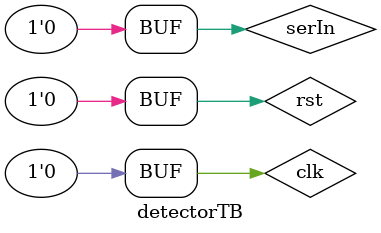
<source format=sv>
`timescale 1ns/1ns
module detectorTB();
    wire w;
    logic serIn, clk = 0,rst = 0;
    detector0111110 CUT(.serIn(serIn), .clk(clk), .rst(rst), .w(w));
    initial begin
        #500 serIn = 0;
        #500 clk = 1;
        #500 clk = 0;
        #500 serIn = 1;
        #500 clk = 1;
        #500 clk = 0;
        #500 clk = 1;
        #500 clk = 0;
        #500 clk = 1;
        #500 clk = 0;
        #500 clk = 1;
        #500 clk = 0;
        #500 clk = 1;
        #500 clk = 0;
        #500 serIn = 0;
        #500 clk = 1;
        #500 clk = 0;
        #500 serIn = 1;
        #500 clk = 1;
        #500 clk = 0;
        #500 clk = 2;
        #500 clk = 0;
        #500 serIn = 0;
        #500 clk = 1;
        #500 clk = 0;
        #500 serIn = 1;
        #500 clk = 1;
        #500 clk = 0;
        #500 clk = 1;
        #500 clk = 0;
        #500 serIn = 0;
        #500 clk = 1;
        #500 clk = 0;
        #500;
    end
endmodule
</source>
